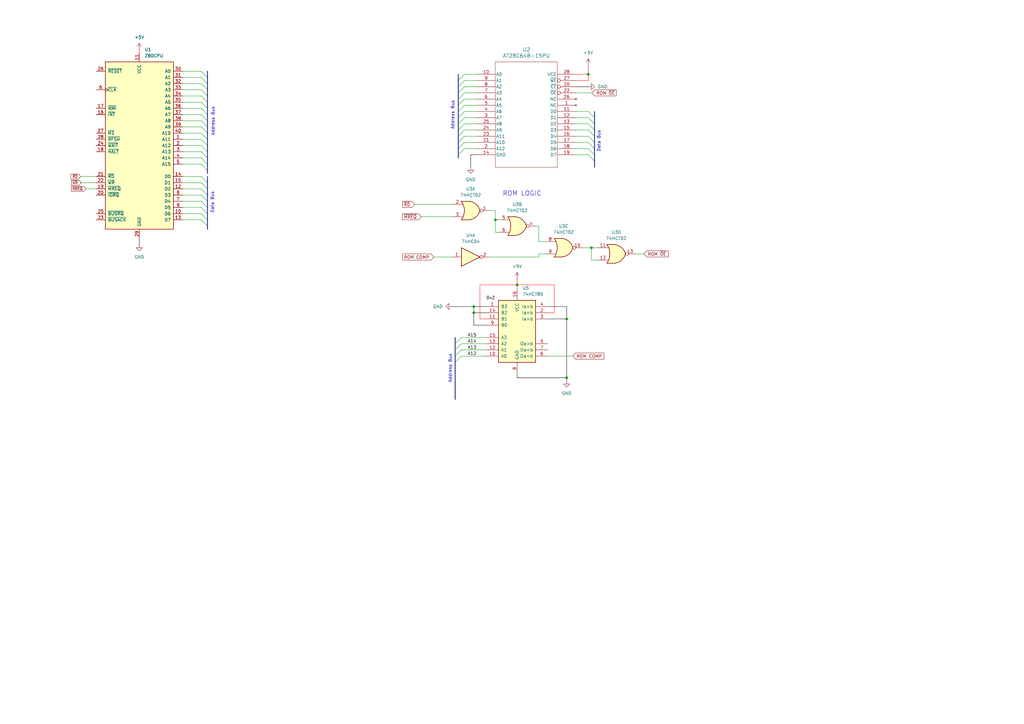
<source format=kicad_sch>
(kicad_sch (version 20250114) (generator "eeschema") (generator_version "9.0")
  (paper "A3")
  (lib_symbols
    (symbol "74xx:74HC04"
      (property "Reference" "U" (at 0 1.27 0))
      (property "Value" "74HC04" (at 0 -1.27 0))
      (symbol "74HC04_1_0"
        (polyline (pts (xy -3.81 3.81) (xy -3.81 -3.81) (xy 3.81 0) (xy -3.81 3.81)) (stroke (width 0.254)) (fill (type background)))
        (pin input line (at -7.62 0 0) (length 3.81) (name "~") (number "1"))
        (pin output inverted (at 7.62 0 180) (length 3.81) (name "~") (number "2"))
      )
      (symbol "74HC04_2_0"
        (polyline (pts (xy -3.81 3.81) (xy -3.81 -3.81) (xy 3.81 0) (xy -3.81 3.81)) (stroke (width 0.254)) (fill (type background)))
        (pin input line (at -7.62 0 0) (length 3.81) (name "~") (number "3"))
        (pin output inverted (at 7.62 0 180) (length 3.81) (name "~") (number "4"))
      )
      (symbol "74HC04_3_0"
        (polyline (pts (xy -3.81 3.81) (xy -3.81 -3.81) (xy 3.81 0) (xy -3.81 3.81)) (stroke (width 0.254)) (fill (type background)))
        (pin input line (at -7.62 0 0) (length 3.81) (name "~") (number "5"))
        (pin output inverted (at 7.62 0 180) (length 3.81) (name "~") (number "6"))
      )
      (symbol "74HC04_4_0"
        (polyline (pts (xy -3.81 3.81) (xy -3.81 -3.81) (xy 3.81 0) (xy -3.81 3.81)) (stroke (width 0.254)) (fill (type background)))
        (pin input line (at -7.62 0 0) (length 3.81) (name "~") (number "9"))
        (pin output inverted (at 7.62 0 180) (length 3.81) (name "~") (number "8"))
      )
      (symbol "74HC04_5_0"
        (polyline (pts (xy -3.81 3.81) (xy -3.81 -3.81) (xy 3.81 0) (xy -3.81 3.81)) (stroke (width 0.254)) (fill (type background)))
        (pin input line (at -7.62 0 0) (length 3.81) (name "~") (number "11"))
        (pin output inverted (at 7.62 0 180) (length 3.81) (name "~") (number "10"))
      )
      (symbol "74HC04_6_0"
        (polyline (pts (xy -3.81 3.81) (xy -3.81 -3.81) (xy 3.81 0) (xy -3.81 3.81)) (stroke (width 0.254)) (fill (type background)))
        (pin input line (at -7.62 0 0) (length 3.81) (name "~") (number "13"))
        (pin output inverted (at 7.62 0 180) (length 3.81) (name "~") (number "12"))
      )
      (symbol "74HC04_7_0"
        (pin power_in line (at 0 12.7 270) (length 5.08) (name "VCC") (number "14"))
        (pin power_in line (at 0 -12.7 90) (length 5.08) (name "GND") (number "7"))
      )
      (symbol "74HC04_7_1"
        (rectangle (start -5.08 7.62) (end 5.08 -7.62) (stroke (width 0.254)) (fill (type background)))
      )
    )
    (symbol "74xx:74HCT02" (pin_names (offset 1.016))
      (property "Reference" "U" (at 0 1.27 0))
      (property "Value" "74HCT02" (at 0 -1.27 0))
      (symbol "74HCT02_1_1"
        (arc (start -3.81 3.81) (mid -2.589 0) (end -3.81 -3.81) (stroke (width 0.254)))
        (polyline (pts (xy -3.81 3.81) (xy -0.635 3.81)) (stroke (width 0.254)) (fill (type background)))
        (polyline (pts (xy -3.81 -3.81) (xy -0.635 -3.81)) (stroke (width 0.254)) (fill (type background)))
        (arc (start 3.81 0) (mid 2.1855 -2.584) (end -0.6096 -3.81) (stroke (width 0.254)) (fill (type background)))
        (arc (start -0.6096 3.81) (mid 2.1928 2.5924) (end 3.81 0) (stroke (width 0.254)) (fill (type background)))
        (polyline (pts (xy -0.635 3.81) (xy -3.81 3.81) (xy -3.81 3.81) (xy -3.556 3.4036) (xy -3.0226 2.2606) (xy -2.6924 1.0414) (xy -2.6162 -0.254) (xy -2.7686 -1.4986) (xy -3.175 -2.7178) (xy -3.81 -3.81) (xy -3.81 -3.81) (xy -0.635 -3.81)) (stroke (width -25.4)) (fill (type background)))
        (pin input line (at -7.62 2.54 0) (length 4.318) (name "~") (number "2"))
        (pin input line (at -7.62 -2.54 0) (length 4.318) (name "~") (number "3"))
        (pin output inverted (at 7.62 0 180) (length 3.81) (name "~") (number "1"))
      )
      (symbol "74HCT02_1_2"
        (arc (start 0 3.81) (mid 3.7934 0) (end 0 -3.81) (stroke (width 0.254)) (fill (type background)))
        (polyline (pts (xy 0 3.81) (xy -3.81 3.81) (xy -3.81 -3.81) (xy 0 -3.81)) (stroke (width 0.254)) (fill (type background)))
        (pin input inverted (at -7.62 2.54 0) (length 3.81) (name "~") (number "2"))
        (pin input inverted (at -7.62 -2.54 0) (length 3.81) (name "~") (number "3"))
        (pin output line (at 7.62 0 180) (length 3.81) (name "~") (number "1"))
      )
      (symbol "74HCT02_2_1"
        (arc (start -3.81 3.81) (mid -2.589 0) (end -3.81 -3.81) (stroke (width 0.254)))
        (polyline (pts (xy -3.81 3.81) (xy -0.635 3.81)) (stroke (width 0.254)) (fill (type background)))
        (polyline (pts (xy -3.81 -3.81) (xy -0.635 -3.81)) (stroke (width 0.254)) (fill (type background)))
        (arc (start 3.81 0) (mid 2.1855 -2.584) (end -0.6096 -3.81) (stroke (width 0.254)) (fill (type background)))
        (arc (start -0.6096 3.81) (mid 2.1928 2.5924) (end 3.81 0) (stroke (width 0.254)) (fill (type background)))
        (polyline (pts (xy -0.635 3.81) (xy -3.81 3.81) (xy -3.81 3.81) (xy -3.556 3.4036) (xy -3.0226 2.2606) (xy -2.6924 1.0414) (xy -2.6162 -0.254) (xy -2.7686 -1.4986) (xy -3.175 -2.7178) (xy -3.81 -3.81) (xy -3.81 -3.81) (xy -0.635 -3.81)) (stroke (width -25.4)) (fill (type background)))
        (pin input line (at -7.62 2.54 0) (length 4.318) (name "~") (number "5"))
        (pin input line (at -7.62 -2.54 0) (length 4.318) (name "~") (number "6"))
        (pin output inverted (at 7.62 0 180) (length 3.81) (name "~") (number "4"))
      )
      (symbol "74HCT02_2_2"
        (arc (start 0 3.81) (mid 3.7934 0) (end 0 -3.81) (stroke (width 0.254)) (fill (type background)))
        (polyline (pts (xy 0 3.81) (xy -3.81 3.81) (xy -3.81 -3.81) (xy 0 -3.81)) (stroke (width 0.254)) (fill (type background)))
        (pin input inverted (at -7.62 2.54 0) (length 3.81) (name "~") (number "5"))
        (pin input inverted (at -7.62 -2.54 0) (length 3.81) (name "~") (number "6"))
        (pin output line (at 7.62 0 180) (length 3.81) (name "~") (number "4"))
      )
      (symbol "74HCT02_3_1"
        (arc (start -3.81 3.81) (mid -2.589 0) (end -3.81 -3.81) (stroke (width 0.254)))
        (polyline (pts (xy -3.81 3.81) (xy -0.635 3.81)) (stroke (width 0.254)) (fill (type background)))
        (polyline (pts (xy -3.81 -3.81) (xy -0.635 -3.81)) (stroke (width 0.254)) (fill (type background)))
        (arc (start 3.81 0) (mid 2.1855 -2.584) (end -0.6096 -3.81) (stroke (width 0.254)) (fill (type background)))
        (arc (start -0.6096 3.81) (mid 2.1928 2.5924) (end 3.81 0) (stroke (width 0.254)) (fill (type background)))
        (polyline (pts (xy -0.635 3.81) (xy -3.81 3.81) (xy -3.81 3.81) (xy -3.556 3.4036) (xy -3.0226 2.2606) (xy -2.6924 1.0414) (xy -2.6162 -0.254) (xy -2.7686 -1.4986) (xy -3.175 -2.7178) (xy -3.81 -3.81) (xy -3.81 -3.81) (xy -0.635 -3.81)) (stroke (width -25.4)) (fill (type background)))
        (pin input line (at -7.62 2.54 0) (length 4.318) (name "~") (number "8"))
        (pin input line (at -7.62 -2.54 0) (length 4.318) (name "~") (number "9"))
        (pin output inverted (at 7.62 0 180) (length 3.81) (name "~") (number "10"))
      )
      (symbol "74HCT02_3_2"
        (arc (start 0 3.81) (mid 3.7934 0) (end 0 -3.81) (stroke (width 0.254)) (fill (type background)))
        (polyline (pts (xy 0 3.81) (xy -3.81 3.81) (xy -3.81 -3.81) (xy 0 -3.81)) (stroke (width 0.254)) (fill (type background)))
        (pin input inverted (at -7.62 2.54 0) (length 3.81) (name "~") (number "8"))
        (pin input inverted (at -7.62 -2.54 0) (length 3.81) (name "~") (number "9"))
        (pin output line (at 7.62 0 180) (length 3.81) (name "~") (number "10"))
      )
      (symbol "74HCT02_4_1"
        (arc (start -3.81 3.81) (mid -2.589 0) (end -3.81 -3.81) (stroke (width 0.254)))
        (polyline (pts (xy -3.81 3.81) (xy -0.635 3.81)) (stroke (width 0.254)) (fill (type background)))
        (polyline (pts (xy -3.81 -3.81) (xy -0.635 -3.81)) (stroke (width 0.254)) (fill (type background)))
        (arc (start 3.81 0) (mid 2.1855 -2.584) (end -0.6096 -3.81) (stroke (width 0.254)) (fill (type background)))
        (arc (start -0.6096 3.81) (mid 2.1928 2.5924) (end 3.81 0) (stroke (width 0.254)) (fill (type background)))
        (polyline (pts (xy -0.635 3.81) (xy -3.81 3.81) (xy -3.81 3.81) (xy -3.556 3.4036) (xy -3.0226 2.2606) (xy -2.6924 1.0414) (xy -2.6162 -0.254) (xy -2.7686 -1.4986) (xy -3.175 -2.7178) (xy -3.81 -3.81) (xy -3.81 -3.81) (xy -0.635 -3.81)) (stroke (width -25.4)) (fill (type background)))
        (pin input line (at -7.62 2.54 0) (length 4.318) (name "~") (number "11"))
        (pin input line (at -7.62 -2.54 0) (length 4.318) (name "~") (number "12"))
        (pin output inverted (at 7.62 0 180) (length 3.81) (name "~") (number "13"))
      )
      (symbol "74HCT02_4_2"
        (arc (start 0 3.81) (mid 3.7934 0) (end 0 -3.81) (stroke (width 0.254)) (fill (type background)))
        (polyline (pts (xy 0 3.81) (xy -3.81 3.81) (xy -3.81 -3.81) (xy 0 -3.81)) (stroke (width 0.254)) (fill (type background)))
        (pin input inverted (at -7.62 2.54 0) (length 3.81) (name "~") (number "11"))
        (pin input inverted (at -7.62 -2.54 0) (length 3.81) (name "~") (number "12"))
        (pin output line (at 7.62 0 180) (length 3.81) (name "~") (number "13"))
      )
      (symbol "74HCT02_5_0"
        (pin power_in line (at 0 12.7 270) (length 5.08) (name "VCC") (number "14"))
        (pin power_in line (at 0 -12.7 90) (length 5.08) (name "GND") (number "7"))
      )
      (symbol "74HCT02_5_1"
        (rectangle (start -5.08 7.62) (end 5.08 -7.62) (stroke (width 0.254)) (fill (type background)))
      )
    )
    (symbol "74xx:74HCT85" (pin_names (offset 1.016))
      (property "Reference" "U" (at -7.62 13.97 0))
      (property "Value" "74HCT85" (at -7.62 -13.97 0))
      (symbol "74HCT85_1_0"
        (pin input line (at -12.7 10.16 0) (length 5.08) (name "B3") (number "1"))
        (pin input line (at -12.7 7.62 0) (length 5.08) (name "B2") (number "14"))
        (pin input line (at -12.7 5.08 0) (length 5.08) (name "B1") (number "11"))
        (pin input line (at -12.7 2.54 0) (length 5.08) (name "B0") (number "9"))
        (pin input line (at -12.7 -2.54 0) (length 5.08) (name "A3") (number "15"))
        (pin input line (at -12.7 -5.08 0) (length 5.08) (name "A2") (number "13"))
        (pin input line (at -12.7 -7.62 0) (length 5.08) (name "A1") (number "12"))
        (pin input line (at -12.7 -10.16 0) (length 5.08) (name "A0") (number "10"))
        (pin power_in line (at 0 17.78 270) (length 5.08) (name "VCC") (number "16"))
        (pin power_in line (at 0 -17.78 90) (length 5.08) (name "GND") (number "8"))
        (pin input line (at 12.7 10.16 180) (length 5.08) (name "Ia>b") (number "4"))
        (pin input line (at 12.7 7.62 180) (length 5.08) (name "Ia<b") (number "2"))
        (pin input line (at 12.7 5.08 180) (length 5.08) (name "Ia=b") (number "3"))
        (pin output line (at 12.7 -5.08 180) (length 5.08) (name "Oa>b") (number "5"))
        (pin output line (at 12.7 -7.62 180) (length 5.08) (name "Oa<b") (number "7"))
        (pin output line (at 12.7 -10.16 180) (length 5.08) (name "Oa=b") (number "6"))
      )
      (symbol "74HCT85_1_1"
        (rectangle (start -7.62 12.7) (end 7.62 -12.7) (stroke (width 0.254)) (fill (type background)))
      )
    )
    (symbol "CPU:Z80CPU" (pin_names (offset 1.016))
      (property "Reference" "U" (at -13.97 35.56 0))
      (property "Value" "Z80CPU" (at 6.35 35.56 0))
      (symbol "Z80CPU_0_1"
        (rectangle (start -13.97 34.29) (end 13.97 -34.29) (stroke (width 0.254)) (fill (type background)))
      )
      (symbol "Z80CPU_1_1"
        (pin input line (at -17.78 30.48 0) (length 3.81) (name "~{RESET}") (number "26"))
        (pin input clock (at -17.78 22.86 0) (length 3.81) (name "~{CLK}") (number "6"))
        (pin input line (at -17.78 15.24 0) (length 3.81) (name "~{NMI}") (number "17"))
        (pin input line (at -17.78 12.7 0) (length 3.81) (name "~{INT}") (number "16"))
        (pin output line (at -17.78 5.08 0) (length 3.81) (name "~{M1}") (number "27"))
        (pin output line (at -17.78 2.54 0) (length 3.81) (name "~{RFSH}") (number "28"))
        (pin input line (at -17.78 0 0) (length 3.81) (name "~{WAIT}") (number "24"))
        (pin output line (at -17.78 -2.54 0) (length 3.81) (name "~{HALT}") (number "18"))
        (pin output line (at -17.78 -12.7 0) (length 3.81) (name "~{RD}") (number "21"))
        (pin output line (at -17.78 -15.24 0) (length 3.81) (name "~{WR}") (number "22"))
        (pin output line (at -17.78 -17.78 0) (length 3.81) (name "~{MREQ}") (number "19"))
        (pin output line (at -17.78 -20.32 0) (length 3.81) (name "~{IORQ}") (number "20"))
        (pin input line (at -17.78 -27.94 0) (length 3.81) (name "~{BUSRQ}") (number "25"))
        (pin output line (at -17.78 -30.48 0) (length 3.81) (name "~{BUSACK}") (number "23"))
        (pin power_in line (at 0 38.1 270) (length 3.81) (name "VCC") (number "11"))
        (pin power_in line (at 0 -38.1 90) (length 3.81) (name "GND") (number "29"))
        (pin output line (at 17.78 30.48 180) (length 3.81) (name "A0") (number "30"))
        (pin output line (at 17.78 27.94 180) (length 3.81) (name "A1") (number "31"))
        (pin output line (at 17.78 25.4 180) (length 3.81) (name "A2") (number "32"))
        (pin output line (at 17.78 22.86 180) (length 3.81) (name "A3") (number "33"))
        (pin output line (at 17.78 20.32 180) (length 3.81) (name "A4") (number "34"))
        (pin output line (at 17.78 17.78 180) (length 3.81) (name "A5") (number "35"))
        (pin output line (at 17.78 15.24 180) (length 3.81) (name "A6") (number "36"))
        (pin output line (at 17.78 12.7 180) (length 3.81) (name "A7") (number "37"))
        (pin output line (at 17.78 10.16 180) (length 3.81) (name "A8") (number "38"))
        (pin output line (at 17.78 7.62 180) (length 3.81) (name "A9") (number "39"))
        (pin output line (at 17.78 5.08 180) (length 3.81) (name "A10") (number "40"))
        (pin output line (at 17.78 2.54 180) (length 3.81) (name "A11") (number "1"))
        (pin output line (at 17.78 0 180) (length 3.81) (name "A12") (number "2"))
        (pin output line (at 17.78 -2.54 180) (length 3.81) (name "A13") (number "3"))
        (pin output line (at 17.78 -5.08 180) (length 3.81) (name "A14") (number "4"))
        (pin output line (at 17.78 -7.62 180) (length 3.81) (name "A15") (number "5"))
        (pin bidirectional line (at 17.78 -12.7 180) (length 3.81) (name "D0") (number "14"))
        (pin bidirectional line (at 17.78 -15.24 180) (length 3.81) (name "D1") (number "15"))
        (pin bidirectional line (at 17.78 -17.78 180) (length 3.81) (name "D2") (number "12"))
        (pin bidirectional line (at 17.78 -20.32 180) (length 3.81) (name "D3") (number "8"))
        (pin bidirectional line (at 17.78 -22.86 180) (length 3.81) (name "D4") (number "7"))
        (pin bidirectional line (at 17.78 -25.4 180) (length 3.81) (name "D5") (number "9"))
        (pin bidirectional line (at 17.78 -27.94 180) (length 3.81) (name "D6") (number "10"))
        (pin bidirectional line (at 17.78 -30.48 180) (length 3.81) (name "D7") (number "13"))
      )
    )
    (symbol "Symbols:AT28C64B-15PU" (pin_names (offset 0.254))
      (property "Reference" "U" (at 20.32 10.16 0))
      (property "Value" "AT28C64B-15PU" (at 20.32 7.62 0))
      (symbol "AT28C64B-15PU_0_1"
        (polyline (pts (xy 7.62 5.08) (xy 7.62 -38.1)) (stroke (width 0.127)))
        (polyline (pts (xy 7.62 -38.1) (xy 33.02 -38.1)) (stroke (width 0.127)))
        (polyline (pts (xy 33.02 5.08) (xy 7.62 5.08)) (stroke (width 0.127)))
        (polyline (pts (xy 33.02 -38.1) (xy 33.02 5.08)) (stroke (width 0.127)))
        (pin input line (at 0 0 0) (length 7.62) (name "A0") (number "10"))
        (pin input line (at 0 -2.54 0) (length 7.62) (name "A1") (number "9"))
        (pin input line (at 0 -5.08 0) (length 7.62) (name "A2") (number "8"))
        (pin input line (at 0 -7.62 0) (length 7.62) (name "A3") (number "7"))
        (pin input line (at 0 -10.16 0) (length 7.62) (name "A4") (number "6"))
        (pin input line (at 0 -12.7 0) (length 7.62) (name "A5") (number "5"))
        (pin input line (at 0 -15.24 0) (length 7.62) (name "A6") (number "4"))
        (pin input line (at 0 -17.78 0) (length 7.62) (name "A7") (number "3"))
        (pin input line (at 0 -30.48 0) (length 7.62) (name "A12") (number "2"))
        (pin power_in line (at 0 -33.02 0) (length 7.62) (name "GND") (number "14"))
        (pin power_in line (at 40.64 0 180) (length 7.62) (name "VCC") (number "28"))
        (pin no_connect line (at 40.64 -10.16 180) (length 7.62) (name "NC") (number "26"))
      )
      (symbol "AT28C64B-15PU_1_1"
        (pin input line (at 0 -20.32 0) (length 7.62) (name "A8") (number "25"))
        (pin input line (at 0 -22.86 0) (length 7.62) (name "A9") (number "24"))
        (pin input line (at 0 -25.4 0) (length 7.62) (name "A11") (number "23"))
        (pin input line (at 0 -27.94 0) (length 7.62) (name "A10") (number "21"))
        (pin input inverted (at 40.64 -2.54 180) (length 7.62) (name "~{WE}") (number "27"))
        (pin input inverted (at 40.64 -5.08 180) (length 7.62) (name "~{CE}") (number "20"))
        (pin input inverted (at 40.64 -7.62 180) (length 7.62) (name "~{OE}") (number "22"))
        (pin no_connect line (at 40.64 -12.7 180) (length 7.62) (name "NC") (number "1"))
        (pin bidirectional line (at 40.64 -15.24 180) (length 7.62) (name "D0") (number "11"))
        (pin bidirectional line (at 40.64 -17.78 180) (length 7.62) (name "D1") (number "12"))
        (pin bidirectional line (at 40.64 -20.32 180) (length 7.62) (name "D2") (number "13"))
        (pin bidirectional line (at 40.64 -22.86 180) (length 7.62) (name "D3") (number "15"))
        (pin bidirectional line (at 40.64 -25.4 180) (length 7.62) (name "D4") (number "16"))
        (pin bidirectional line (at 40.64 -27.94 180) (length 7.62) (name "D5") (number "17"))
        (pin bidirectional line (at 40.64 -30.48 180) (length 7.62) (name "D6") (number "18"))
        (pin bidirectional line (at 40.64 -33.02 180) (length 7.62) (name "D7") (number "19"))
      )
    )
    (symbol "power:+5V" (power) (pin_numbers (hide yes)) (pin_names (offset 0) (hide yes))
      (property "Value" "+5V" (at 0 3.556 0))
      (symbol "+5V_0_1"
        (polyline (pts (xy -0.762 1.27) (xy 0 2.54)))
        (polyline (pts (xy 0 2.54) (xy 0.762 1.27)))
        (polyline (pts (xy 0 0) (xy 0 2.54)))
      )
      (symbol "+5V_1_1"
        (pin power_in line (at 0 0 90) (length 0) (name "~") (number "1"))
      )
    )
    (symbol "power:GND" (power) (pin_numbers (hide yes)) (pin_names (offset 0) (hide yes))
      (property "Value" "GND" (at 0 -3.81 0))
      (symbol "GND_0_1"
        (polyline (pts (xy 0 0) (xy 0 -1.27) (xy 1.27 -1.27) (xy 0 -2.54) (xy -1.27 -1.27) (xy 0 -1.27)))
      )
      (symbol "GND_1_1"
        (pin power_in line (at 0 0 270) (length 0) (name "~") (number "1"))
      )
    )
  )
  (text "ROM LOGIC" (at 214.122 79.502 0) (effects (font (size 1.905 1.905))))
  (text "Address Bus" (at 184.658 151.13 90) (effects (font (size 1.27 1.27))))
  (text "Address Bus" (at 87.376 49.784 90) (effects (font (size 1.27 1.27))))
  (text "Address Bus" (at 185.674 47.244 90) (effects (font (size 1.27 1.27))))
  (text "Data Bus" (at 245.618 57.912 90) (effects (font (size 1.27 1.27))))
  (text "Data Bus" (at 87.122 83.058 90) (effects (font (size 1.27 1.27))))
  (junction (at 241.3 30.48))
  (junction (at 212.09 116.84))
  (junction (at 232.41 154.94))
  (junction (at 232.41 130.81))
  (junction (at 194.31 125.73))
  (junction (at 194.31 128.27))
  (junction (at 242.57 101.6))
  (junction (at 203.2 90.17))
  (bus_entry (at 241.3 45.72) (size 2.54 2.54))
  (bus_entry (at 190.5 43.18) (size -2.54 2.54))
  (bus_entry (at 186.69 140.97) (size 2.54 -2.54))
  (bus_entry (at 241.3 55.88) (size 2.54 2.54))
  (bus_entry (at 82.55 49.53) (size 2.54 2.54))
  (bus_entry (at 241.3 50.8) (size 2.54 2.54))
  (bus_entry (at 82.55 62.23) (size 2.54 2.54))
  (bus_entry (at 82.55 77.47) (size 2.54 2.54))
  (bus_entry (at 82.55 41.91) (size 2.54 2.54))
  (bus_entry (at 82.55 85.09) (size 2.54 2.54))
  (bus_entry (at 82.55 57.15) (size 2.54 2.54))
  (bus_entry (at 82.55 34.29) (size 2.54 2.54))
  (bus_entry (at 82.55 36.83) (size 2.54 2.54))
  (bus_entry (at 190.5 35.56) (size -2.54 2.54))
  (bus_entry (at 82.55 72.39) (size 2.54 2.54))
  (bus_entry (at 82.55 44.45) (size 2.54 2.54))
  (bus_entry (at 190.5 55.88) (size -2.54 2.54))
  (bus_entry (at 82.55 90.17) (size 2.54 2.54))
  (bus_entry (at 82.55 52.07) (size 2.54 2.54))
  (bus_entry (at 190.5 33.02) (size -2.54 2.54))
  (bus_entry (at 241.3 48.26) (size 2.54 2.54))
  (bus_entry (at 82.55 67.31) (size 2.54 2.54))
  (bus_entry (at 82.55 59.69) (size 2.54 2.54))
  (bus_entry (at 190.5 60.96) (size -2.54 2.54))
  (bus_entry (at 241.3 58.42) (size 2.54 2.54))
  (bus_entry (at 82.55 80.01) (size 2.54 2.54))
  (bus_entry (at 82.55 87.63) (size 2.54 2.54))
  (bus_entry (at 241.3 60.96) (size 2.54 2.54))
  (bus_entry (at 82.55 54.61) (size 2.54 2.54))
  (bus_entry (at 190.5 40.64) (size -2.54 2.54))
  (bus_entry (at 82.55 29.21) (size 2.54 2.54))
  (bus_entry (at 190.5 45.72) (size -2.54 2.54))
  (bus_entry (at 190.5 58.42) (size -2.54 2.54))
  (bus_entry (at 186.69 148.59) (size 2.54 -2.54))
  (bus_entry (at 82.55 82.55) (size 2.54 2.54))
  (bus_entry (at 186.69 146.05) (size 2.54 -2.54))
  (bus_entry (at 190.5 48.26) (size -2.54 2.54))
  (bus_entry (at 190.5 50.8) (size -2.54 2.54))
  (bus_entry (at 82.55 74.93) (size 2.54 2.54))
  (bus_entry (at 186.69 143.51) (size 2.54 -2.54))
  (bus_entry (at 241.3 63.5) (size 2.54 2.54))
  (bus_entry (at 241.3 53.34) (size 2.54 2.54))
  (bus_entry (at 190.5 53.34) (size -2.54 2.54))
  (bus_entry (at 82.55 46.99) (size 2.54 2.54))
  (bus_entry (at 82.55 39.37) (size 2.54 2.54))
  (bus_entry (at 82.55 64.77) (size 2.54 2.54))
  (bus_entry (at 82.55 31.75) (size 2.54 2.54))
  (bus_entry (at 190.5 30.48) (size -2.54 2.54))
  (bus_entry (at 190.5 38.1) (size -2.54 2.54))
  (wire (pts (xy 232.41 154.94) (xy 232.41 130.81)) (stroke (width 0) (color 0 0 0 1)))
  (bus (pts (xy 85.09 36.83) (xy 85.09 39.37)))
  (bus (pts (xy 85.09 85.09) (xy 85.09 87.63)))
  (bus (pts (xy 187.96 33.02) (xy 187.96 35.56)))
  (bus (pts (xy 85.09 46.99) (xy 85.09 49.53)))
  (wire (pts (xy 74.93 64.77) (xy 82.55 64.77)))
  (wire (pts (xy 232.41 154.94) (xy 232.41 156.21)) (stroke (width 0) (color 0 0 0 1)))
  (wire (pts (xy 74.93 85.09) (xy 82.55 85.09)))
  (bus (pts (xy 85.09 67.31) (xy 85.09 69.85)))
  (wire (pts (xy 212.09 154.94) (xy 212.09 153.67)) (stroke (width 0) (color 0 0 0 1)))
  (wire (pts (xy 57.15 97.79) (xy 57.15 100.33)) (stroke (width 0) (color 0 0 0 1)))
  (bus (pts (xy 187.96 58.42) (xy 187.96 60.96)))
  (bus (pts (xy 85.09 82.55) (xy 85.09 85.09)))
  (bus (pts (xy 186.69 140.97) (xy 186.69 143.51)))
  (bus (pts (xy 187.96 50.8) (xy 187.96 53.34)))
  (bus (pts (xy 85.09 41.91) (xy 85.09 44.45)))
  (wire (pts (xy 74.93 54.61) (xy 82.55 54.61)))
  (wire (pts (xy 212.09 116.84) (xy 212.09 118.11)) (stroke (width 0) (color 255 0 0 1)))
  (wire (pts (xy 236.22 53.34) (xy 241.3 53.34)))
  (wire (pts (xy 74.93 62.23) (xy 82.55 62.23)))
  (wire (pts (xy 241.3 26.67) (xy 241.3 30.48)) (stroke (width 0) (color 255 0 0 1)))
  (wire (pts (xy 74.93 44.45) (xy 82.55 44.45)))
  (bus (pts (xy 85.09 74.93) (xy 85.09 77.47)))
  (bus (pts (xy 186.69 148.59) (xy 186.69 163.83)))
  (wire (pts (xy 242.57 101.6) (xy 242.57 106.68)))
  (wire (pts (xy 74.93 67.31) (xy 82.55 67.31)))
  (bus (pts (xy 85.09 64.77) (xy 85.09 67.31)))
  (wire (pts (xy 200.66 86.36) (xy 203.2 86.36)))
  (bus (pts (xy 85.09 77.47) (xy 85.09 80.01)))
  (wire (pts (xy 190.5 58.42) (xy 195.58 58.42)))
  (wire (pts (xy 74.93 52.07) (xy 82.55 52.07)))
  (bus (pts (xy 187.96 43.18) (xy 187.96 45.72)))
  (bus (pts (xy 243.84 45.72) (xy 243.84 48.26)))
  (wire (pts (xy 74.93 31.75) (xy 82.55 31.75)))
  (wire (pts (xy 236.22 38.1) (xy 242.57 38.1)))
  (bus (pts (xy 85.09 80.01) (xy 85.09 82.55)))
  (wire (pts (xy 190.5 33.02) (xy 195.58 33.02)))
  (wire (pts (xy 220.98 99.06) (xy 223.52 99.06)))
  (bus (pts (xy 187.96 38.1) (xy 187.96 40.64)))
  (wire (pts (xy 74.93 77.47) (xy 82.55 77.47)))
  (wire (pts (xy 190.5 30.48) (xy 195.58 30.48)))
  (wire (pts (xy 189.23 143.51) (xy 199.39 143.51)))
  (wire (pts (xy 190.5 53.34) (xy 195.58 53.34)))
  (bus (pts (xy 186.69 146.05) (xy 186.69 148.59)))
  (wire (pts (xy 190.5 45.72) (xy 195.58 45.72)))
  (bus (pts (xy 85.09 54.61) (xy 85.09 57.15)))
  (wire (pts (xy 236.22 55.88) (xy 241.3 55.88)))
  (wire (pts (xy 203.2 86.36) (xy 203.2 90.17)))
  (bus (pts (xy 187.96 60.96) (xy 187.96 63.5)))
  (wire (pts (xy 190.5 48.26) (xy 195.58 48.26)))
  (wire (pts (xy 190.5 55.88) (xy 195.58 55.88)))
  (wire (pts (xy 194.31 133.35) (xy 199.39 133.35)) (stroke (width 0) (color 0 0 0 1)))
  (wire (pts (xy 232.41 130.81) (xy 232.41 125.73)) (stroke (width 0) (color 0 0 0 1)))
  (wire (pts (xy 185.42 125.73) (xy 194.31 125.73)) (stroke (width 0) (color 0 0 0 1)))
  (wire (pts (xy 219.71 92.71) (xy 220.98 92.71)))
  (bus (pts (xy 187.96 55.88) (xy 187.96 58.42)))
  (wire (pts (xy 196.85 116.84) (xy 196.85 130.81)) (stroke (width 0) (color 255 0 0 1)))
  (bus (pts (xy 243.84 58.42) (xy 243.84 60.96)))
  (wire (pts (xy 242.57 106.68) (xy 245.11 106.68)))
  (bus (pts (xy 85.09 31.75) (xy 85.09 34.29)))
  (wire (pts (xy 260.35 104.14) (xy 264.16 104.14)))
  (wire (pts (xy 196.85 130.81) (xy 199.39 130.81)) (stroke (width 0) (color 255 0 0 1)))
  (bus (pts (xy 85.09 90.17) (xy 85.09 92.71)))
  (wire (pts (xy 190.5 60.96) (xy 195.58 60.96)))
  (wire (pts (xy 236.22 30.48) (xy 241.3 30.48)) (stroke (width 0) (color 255 0 0 1)))
  (wire (pts (xy 74.93 59.69) (xy 82.55 59.69)))
  (wire (pts (xy 74.93 87.63) (xy 82.55 87.63)))
  (wire (pts (xy 194.31 125.73) (xy 194.31 128.27)) (stroke (width 0) (color 0 0 0 1)))
  (wire (pts (xy 189.23 146.05) (xy 199.39 146.05)))
  (bus (pts (xy 187.96 35.56) (xy 187.96 38.1)))
  (wire (pts (xy 74.93 46.99) (xy 82.55 46.99)))
  (wire (pts (xy 203.2 95.25) (xy 204.47 95.25)))
  (wire (pts (xy 236.22 48.26) (xy 241.3 48.26)))
  (wire (pts (xy 224.79 125.73) (xy 232.41 125.73)) (stroke (width 0) (color 0 0 0 1)))
  (wire (pts (xy 224.79 128.27) (xy 227.33 128.27)) (stroke (width 0) (color 255 0 0 1)))
  (bus (pts (xy 187.96 40.64) (xy 187.96 43.18)))
  (bus (pts (xy 187.96 30.48) (xy 187.96 33.02)))
  (bus (pts (xy 85.09 62.23) (xy 85.09 64.77)))
  (bus (pts (xy 85.09 49.53) (xy 85.09 52.07)))
  (wire (pts (xy 74.93 90.17) (xy 82.55 90.17)))
  (wire (pts (xy 212.09 114.3) (xy 212.09 116.84)) (stroke (width 0) (color 255 0 0 1)))
  (wire (pts (xy 236.22 50.8) (xy 241.3 50.8)))
  (wire (pts (xy 224.79 146.05) (xy 234.95 146.05)))
  (wire (pts (xy 33.02 72.39) (xy 39.37 72.39)))
  (bus (pts (xy 243.84 66.04) (xy 243.84 68.58)))
  (bus (pts (xy 243.84 55.88) (xy 243.84 58.42)))
  (wire (pts (xy 74.93 57.15) (xy 82.55 57.15)))
  (bus (pts (xy 85.09 34.29) (xy 85.09 36.83)))
  (bus (pts (xy 243.84 60.96) (xy 243.84 63.5)))
  (wire (pts (xy 74.93 36.83) (xy 82.55 36.83)))
  (wire (pts (xy 220.98 92.71) (xy 220.98 99.06)))
  (bus (pts (xy 243.84 63.5) (xy 243.84 66.04)))
  (wire (pts (xy 74.93 41.91) (xy 82.55 41.91)))
  (wire (pts (xy 194.31 125.73) (xy 199.39 125.73)) (stroke (width 0) (color 0 0 0 1)))
  (wire (pts (xy 74.93 72.39) (xy 82.55 72.39)))
  (wire (pts (xy 190.5 50.8) (xy 195.58 50.8)))
  (bus (pts (xy 85.09 92.71) (xy 85.09 93.98)))
  (wire (pts (xy 190.5 43.18) (xy 195.58 43.18)))
  (bus (pts (xy 85.09 69.85) (xy 85.09 71.12)))
  (wire (pts (xy 236.22 60.96) (xy 241.3 60.96)))
  (bus (pts (xy 243.84 48.26) (xy 243.84 50.8)))
  (bus (pts (xy 243.84 53.34) (xy 243.84 55.88)))
  (wire (pts (xy 189.23 138.43) (xy 199.39 138.43)))
  (wire (pts (xy 203.2 90.17) (xy 204.47 90.17)))
  (bus (pts (xy 187.96 45.72) (xy 187.96 48.26)))
  (wire (pts (xy 236.22 35.56) (xy 241.3 35.56)) (stroke (width 0) (color 0 0 0 1)))
  (wire (pts (xy 220.98 105.41) (xy 220.98 104.14)))
  (bus (pts (xy 187.96 48.26) (xy 187.96 50.8)))
  (wire (pts (xy 224.79 130.81) (xy 232.41 130.81)) (stroke (width 0) (color 0 0 0 1)))
  (bus (pts (xy 85.09 29.21) (xy 85.09 31.75)))
  (wire (pts (xy 242.57 101.6) (xy 245.11 101.6)))
  (wire (pts (xy 238.76 101.6) (xy 242.57 101.6)))
  (wire (pts (xy 74.93 80.01) (xy 82.55 80.01)))
  (wire (pts (xy 172.72 88.9) (xy 185.42 88.9)))
  (wire (pts (xy 241.3 30.48) (xy 241.3 33.02)) (stroke (width 0) (color 255 0 0 1)))
  (bus (pts (xy 243.84 50.8) (xy 243.84 53.34)))
  (wire (pts (xy 236.22 63.5) (xy 241.3 63.5)))
  (wire (pts (xy 170.18 83.82) (xy 185.42 83.82)))
  (wire (pts (xy 193.04 63.5) (xy 195.58 63.5)) (stroke (width 0) (color 0 0 0 1)))
  (wire (pts (xy 35.56 77.47) (xy 39.37 77.47)))
  (bus (pts (xy 85.09 52.07) (xy 85.09 54.61)))
  (bus (pts (xy 187.96 53.34) (xy 187.96 55.88)))
  (wire (pts (xy 177.8 105.41) (xy 185.42 105.41)))
  (wire (pts (xy 236.22 33.02) (xy 241.3 33.02)) (stroke (width 0) (color 255 0 0 1)))
  (wire (pts (xy 190.5 38.1) (xy 195.58 38.1)))
  (wire (pts (xy 74.93 34.29) (xy 82.55 34.29)))
  (wire (pts (xy 74.93 74.93) (xy 82.55 74.93)))
  (bus (pts (xy 85.09 44.45) (xy 85.09 46.99)))
  (wire (pts (xy 33.02 74.93) (xy 39.37 74.93)))
  (wire (pts (xy 236.22 45.72) (xy 241.3 45.72)))
  (bus (pts (xy 85.09 39.37) (xy 85.09 41.91)))
  (wire (pts (xy 200.66 105.41) (xy 220.98 105.41)))
  (bus (pts (xy 85.09 57.15) (xy 85.09 59.69)))
  (wire (pts (xy 74.93 29.21) (xy 82.55 29.21)))
  (bus (pts (xy 186.69 143.51) (xy 186.69 146.05)))
  (wire (pts (xy 190.5 40.64) (xy 195.58 40.64)))
  (wire (pts (xy 232.41 154.94) (xy 212.09 154.94)) (stroke (width 0) (color 0 0 0 1)))
  (wire (pts (xy 194.31 128.27) (xy 199.39 128.27)) (stroke (width 0) (color 0 0 0 1)))
  (wire (pts (xy 57.15 20.32) (xy 57.15 21.59)) (stroke (width 0) (color 255 0 0 1)))
  (wire (pts (xy 74.93 82.55) (xy 82.55 82.55)))
  (wire (pts (xy 74.93 49.53) (xy 82.55 49.53)))
  (wire (pts (xy 212.09 116.84) (xy 227.33 116.84)) (stroke (width 0) (color 255 0 0 1)))
  (wire (pts (xy 194.31 128.27) (xy 194.31 133.35)) (stroke (width 0) (color 0 0 0 1)))
  (wire (pts (xy 189.23 140.97) (xy 199.39 140.97)))
  (bus (pts (xy 85.09 87.63) (xy 85.09 90.17)))
  (wire (pts (xy 236.22 58.42) (xy 241.3 58.42)))
  (wire (pts (xy 227.33 116.84) (xy 227.33 128.27)) (stroke (width 0) (color 255 0 0 1)))
  (bus (pts (xy 85.09 72.39) (xy 85.09 74.93)))
  (wire (pts (xy 220.98 104.14) (xy 223.52 104.14)))
  (wire (pts (xy 190.5 35.56) (xy 195.58 35.56)))
  (bus (pts (xy 186.69 138.43) (xy 186.69 140.97)))
  (wire (pts (xy 212.09 116.84) (xy 196.85 116.84)) (stroke (width 0) (color 255 0 0 1)))
  (bus (pts (xy 187.96 63.5) (xy 187.96 64.77)))
  (bus (pts (xy 85.09 59.69) (xy 85.09 62.23)))
  (wire (pts (xy 74.93 39.37) (xy 82.55 39.37)))
  (wire (pts (xy 193.04 68.58) (xy 193.04 63.5)) (stroke (width 0) (color 0 0 0 1)))
  (wire (pts (xy 203.2 90.17) (xy 203.2 95.25)))
  (label "A12" (at 191.77 146.05 0))
  (label "A13" (at 191.77 143.51 0))
  (label "0x2" (at 199.39 123.19 0))
  (label "A14" (at 191.77 140.97 0))
  (label "A15" (at 191.77 138.43 0))
  (global_label "~{MREQ}" (shape output) (at 165.1 88.9 0) (property "Intersheetrefs" "${INTERSHEET_REFS}" (effects (hide yes))))
  (global_label "~{RD}" (shape input) (at 33.02 72.39 180) (effects (font (size 1.016 1.016))) (property "Intersheetrefs" "${INTERSHEET_REFS}" (effects (hide yes))))
  (global_label "~{RD}" (shape output) (at 165.1 83.82 0) (property "Intersheetrefs" "${INTERSHEET_REFS}" (effects (hide yes))))
  (global_label "ROM ~{OE}" (shape output) (at 252.73 38.1 180) (property "Intersheetrefs" "${INTERSHEET_REFS}" (effects (hide yes))))
  (global_label "~{WR}" (shape output) (at 29.21 74.93 0) (effects (font (size 1.016 1.016))) (property "Intersheetrefs" "${INTERSHEET_REFS}" (effects (hide yes))))
  (global_label "ROM COMP" (shape input) (at 234.95 146.05 0) (property "Intersheetrefs" "${INTERSHEET_REFS}" (effects (hide yes))))
  (global_label "ROM ~{OE}" (shape input) (at 264.16 104.14 0) (property "Intersheetrefs" "${INTERSHEET_REFS}" (effects (hide yes))))
  (global_label "ROM COMP" (shape output) (at 165.1 105.41 0) (property "Intersheetrefs" "${INTERSHEET_REFS}" (effects (hide yes))))
  (global_label "~{MREQ}" (shape output) (at 29.21 77.47 0) (effects (font (size 1.016 1.016))) (property "Intersheetrefs" "${INTERSHEET_REFS}" (effects (hide yes))))
  (symbol (lib_id "power:+5V") (at 241.3 26.67 0) (unit 1)
    (property "Reference" "#PWR04" (effects (hide yes)))
    (property "Value" "+5V" (at 241.3 21.59 0))
    (property "Description" "Power symbol creates a global label with name \"+5V\"" (effects (hide yes)))
  )
  (symbol (lib_id "74xx:74HCT02") (at 212.09 92.71 0) (unit 2)
    (property "Reference" "U3" (at 212.09 83.82 0))
    (property "Value" "74HCT02" (at 212.09 86.36 0))
    (property "Datasheet" "http://www.ti.com/lit/gpn/sn74hct02" (effects (hide yes)))
    (property "Description" "quad 2-input NOR gate" (effects (hide yes)))
  )
  (symbol (lib_id "74xx:74HCT02") (at 252.73 104.14 0) (unit 4)
    (property "Reference" "U3" (at 252.73 95.25 0))
    (property "Value" "74HCT02" (at 252.73 97.79 0))
    (property "Datasheet" "http://www.ti.com/lit/gpn/sn74hct02" (effects (hide yes)))
    (property "Description" "quad 2-input NOR gate" (effects (hide yes)))
  )
  (symbol (lib_id "74xx:74HCT02") (at 193.04 86.36 0) (unit 1)
    (property "Reference" "U3" (at 193.04 77.47 0))
    (property "Value" "74HCT02" (at 193.04 80.01 0))
    (property "Datasheet" "http://www.ti.com/lit/gpn/sn74hct02" (effects (hide yes)))
    (property "Description" "quad 2-input NOR gate" (effects (hide yes)))
  )
  (symbol (lib_id "power:+5V") (at 212.09 114.3 0) (unit 1)
    (property "Reference" "#PWR07" (effects (hide yes)))
    (property "Value" "+5V" (at 212.09 109.22 0))
    (property "Description" "Power symbol creates a global label with name \"+5V\"" (effects (hide yes)))
  )
  (symbol (lib_id "power:GND") (at 193.04 68.58 0) (unit 1)
    (property "Reference" "#PWR03" (effects (hide yes)))
    (property "Value" "GND" (at 193.04 73.66 0))
    (property "Description" "Power symbol creates a global label with name \"GND\" , ground" (effects (hide yes)))
  )
  (symbol (lib_id "CPU:Z80CPU") (at 57.15 59.69 0) (unit 1)
    (property "Reference" "U1" (at 59.2933 20.32 0) (effects (justify left)))
    (property "Value" "Z80CPU" (at 59.2933 22.86 0) (effects (justify left)))
    (property "Datasheet" "www.zilog.com/manage_directlink.php?filepath=docs/z80/um0080" (effects (hide yes)))
    (property "Description" "8-bit General Purpose Microprocessor, DIP-40" (effects (hide yes)))
  )
  (symbol (lib_id "power:GND") (at 232.41 156.21 0) (unit 1)
    (property "Reference" "#PWR06" (effects (hide yes)))
    (property "Value" "GND" (at 232.41 161.29 0))
    (property "Description" "Power symbol creates a global label with name \"GND\" , ground" (effects (hide yes)))
  )
  (symbol (lib_id "power:GND") (at 241.3 35.56 90) (unit 1)
    (property "Reference" "#PWR05" (effects (hide yes)))
    (property "Value" "GND" (at 245.11 35.5599 90) (effects (justify right)))
    (property "Description" "Power symbol creates a global label with name \"GND\" , ground" (effects (hide yes)))
  )
  (symbol (lib_id "74xx:74HCT85") (at 212.09 135.89 0) (unit 1)
    (property "Reference" "U5" (at 214.2333 118.11 0) (effects (justify left)))
    (property "Value" "74HCT85" (at 214.2333 120.65 0) (effects (justify left)))
    (property "Datasheet" "https://assets.nexperia.com/documents/data-sheet/74HC_HCT85.pdf" (effects (hide yes)))
    (property "Description" "4-bit Comparator" (effects (hide yes)))
  )
  (symbol (lib_id "power:+5V") (at 57.15 20.32 0) (unit 1)
    (property "Reference" "#PWR01" (effects (hide yes)))
    (property "Value" "+5V" (at 57.15 15.24 0))
    (property "Description" "Power symbol creates a global label with name \"+5V\"" (effects (hide yes)))
  )
  (symbol (lib_id "Symbols:AT28C64B-15PU") (at 195.58 30.48 0) (unit 1)
    (property "Reference" "U2" (at 215.9 20.32 0) (effects (font (size 1.524 1.524))))
    (property "Value" "AT28C64B-15PU" (at 215.9 22.86 0) (effects (font (size 1.524 1.524))))
    (property "Footprint" "28P6_ATM" (effects (hide yes)))
    (property "Datasheet" "AT28C64B-15PU" (effects (hide yes)))
  )
  (symbol (lib_id "74xx:74HCT02") (at 231.14 101.6 0) (unit 3)
    (property "Reference" "U3" (at 231.14 92.71 0))
    (property "Value" "74HCT02" (at 231.14 95.25 0))
    (property "Datasheet" "http://www.ti.com/lit/gpn/sn74hct02" (effects (hide yes)))
    (property "Description" "quad 2-input NOR gate" (effects (hide yes)))
  )
  (symbol (lib_id "power:GND") (at 57.15 100.33 0) (unit 1)
    (property "Reference" "#PWR02" (effects (hide yes)))
    (property "Value" "GND" (at 57.15 105.41 0))
    (property "Description" "Power symbol creates a global label with name \"GND\" , ground" (effects (hide yes)))
  )
  (symbol (lib_id "74xx:74HC04") (at 193.04 105.41 0) (unit 1)
    (property "Reference" "U4" (at 193.04 96.52 0))
    (property "Value" "74HC04" (at 193.04 99.06 0))
    (property "Datasheet" "https://assets.nexperia.com/documents/data-sheet/74HC_HCT04.pdf" (effects (hide yes)))
    (property "Description" "Hex Inverter" (effects (hide yes)))
  )
  (symbol (lib_id "power:GND") (at 185.42 125.73 270) (unit 1)
    (property "Reference" "#PWR08" (effects (hide yes)))
    (property "Value" "GND" (at 181.61 125.7299 90) (effects (justify right)))
    (property "Description" "Power symbol creates a global label with name \"GND\" , ground" (effects (hide yes)))
  )
)
</source>
